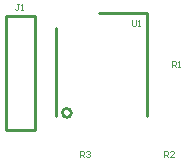
<source format=gto>
G04 Layer_Color=65535*
%FSLAX25Y25*%
%MOIN*%
G70*
G01*
G75*
%ADD13C,0.01000*%
%ADD23C,0.00250*%
D13*
X-8625Y-13386D02*
G03*
X-8625Y-13386I-1489J0D01*
G01*
X-30421Y-18937D02*
Y18957D01*
X-20579D01*
Y-18937D02*
Y18957D01*
X-30421Y-18937D02*
X-20579D01*
X713Y19882D02*
X16756D01*
Y-14272D02*
Y19882D01*
X-13559Y-14567D02*
Y14961D01*
D23*
X-5772Y-28000D02*
Y-26001D01*
X-4772D01*
X-4439Y-26334D01*
Y-27000D01*
X-4772Y-27334D01*
X-5772D01*
X-5105D02*
X-4439Y-28000D01*
X-3772Y-26334D02*
X-3439Y-26001D01*
X-2773D01*
X-2439Y-26334D01*
Y-26667D01*
X-2773Y-27000D01*
X-3106D01*
X-2773D01*
X-2439Y-27334D01*
Y-27667D01*
X-2773Y-28000D01*
X-3439D01*
X-3772Y-27667D01*
X-26167Y22999D02*
X-26834D01*
X-26500D01*
Y21333D01*
X-26834Y21000D01*
X-27167D01*
X-27500Y21333D01*
X-25501Y21000D02*
X-24834D01*
X-25167D01*
Y22999D01*
X-25501Y22666D01*
X11500Y17499D02*
Y15833D01*
X11833Y15500D01*
X12500D01*
X12833Y15833D01*
Y17499D01*
X13499Y15500D02*
X14166D01*
X13833D01*
Y17499D01*
X13499Y17166D01*
X25000Y1772D02*
Y3771D01*
X26000D01*
X26333Y3438D01*
Y2771D01*
X26000Y2438D01*
X25000D01*
X25666D02*
X26333Y1772D01*
X26999D02*
X27666D01*
X27333D01*
Y3771D01*
X26999Y3438D01*
X22272Y-28000D02*
Y-26001D01*
X23271D01*
X23605Y-26334D01*
Y-27000D01*
X23271Y-27334D01*
X22272D01*
X22938D02*
X23605Y-28000D01*
X25604D02*
X24271D01*
X25604Y-26667D01*
Y-26334D01*
X25271Y-26001D01*
X24604D01*
X24271Y-26334D01*
M02*

</source>
